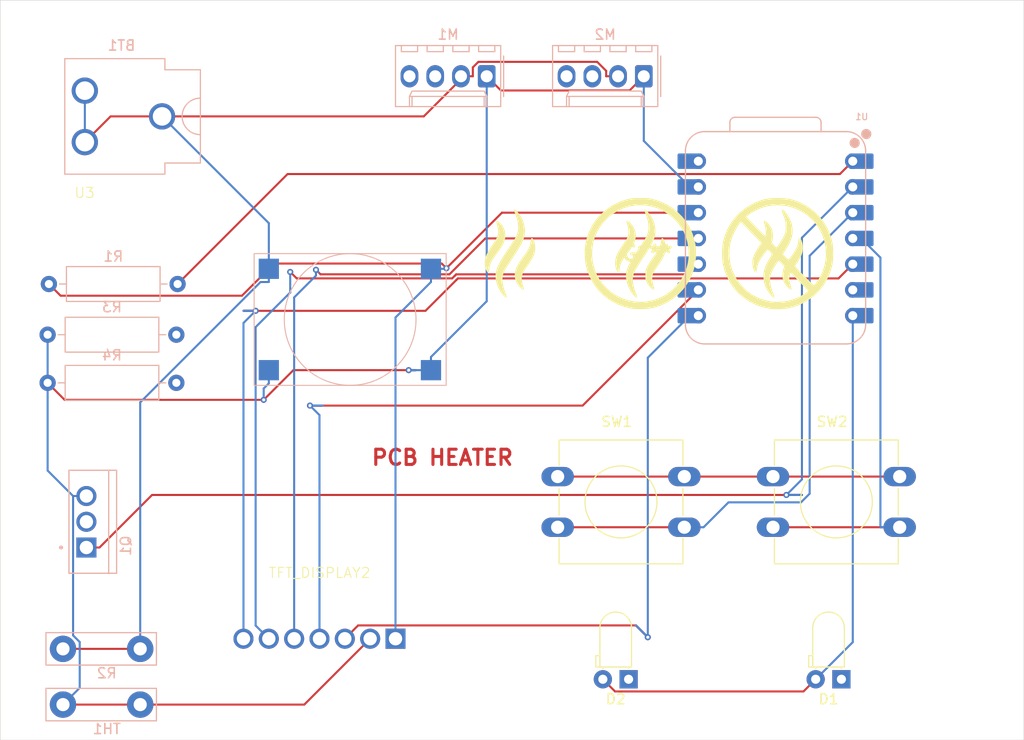
<source format=kicad_pcb>
(kicad_pcb (version 20241229) (generator "pcbnew") (generator_version "9.0")
  (layers (0 "F.Cu" signal) (2 "B.Cu" signal) (13 "F.Paste" user) (15 "B.Paste" user) (5 "F.SilkS" user "F.Silkscreen") (7 "B.SilkS" user "B.Silkscreen") (1 "F.Mask" user) (3 "B.Mask" user) (25 "Edge.Cuts" user))
  (net 0 "")
  (net 1 "Net-(Q1-Pad2)")
  (net 2 "GND")
  (net 5 "VDD")
  (net 8 "IO27")
  (net 9 "IO26")
  (net 10 "3.3V")
  (net 11 "Net-(R3-Pad1)")
  (net 12 "Net-(R4-Pad1)")
  (net 13 "IO28")
  (net 14 "IO29")
  (net 15 "IO3")
  (net 16 "IO2")
  (net 17 "IO6")
  (net 18 "IO4")
  (net 19 "IO1")
  (net 20 "IO0")
  (net 21 "IO7")
  (net 22 "unconnected-(U1-VBUS-Pad14)")
  (net 25 "+3.3V")
  (footprint "Button_Switch_THT:SW_PUSH-12mm" (layer "F.Cu") (at 140.75 78)
    (property "Reference" "SW2" (at 5.83 -5.41 0) (layer "F.SilkS"))
    (property "Value" "SW_Push_Open_Dual")
    (pad "1" thru_hole oval (at 0 0) (size 3.2 1.9) (drill 1.3) (layers "*.Cu" "*.Mask") (net 10 "3.3V"))
    (pad "1" thru_hole oval (at 12.5 0) (size 3.2 1.9) (drill 1.3) (layers "*.Cu" "*.Mask") (net 10 "3.3V"))
    (pad "2" thru_hole oval (at 0 5) (size 3.2 1.9) (drill 1.3) (layers "*.Cu" "*.Mask") (net 14 "IO29"))
    (pad "2" thru_hole oval (at 12.5 5) (size 3.2 1.9) (drill 1.3) (layers "*.Cu" "*.Mask") (net 14 "IO29"))
  )
  (footprint "LED_THT:LED_D3.0mm_Horizontal_O1.27mm_Z2.0mm" (layer "F.Cu") (at 147.5 98 180)
    (property "Reference" "D1" (at 1.27 -1.96 0) (layer "F.SilkS"))
    (property "Value" "LED")
    (pad "1" thru_hole rect (at 0 0 180) (size 1.8 1.8) (drill 0.9) (layers "*.Cu" "*.Mask"))
    (pad "2" thru_hole circle (at 2.54 0 180) (size 1.8 1.8) (drill 0.9) (layers "*.Cu" "*.Mask") (net 20 "IO0"))
  )
  (footprint "Button_Switch_THT:SW_PUSH-12mm" (layer "F.Cu") (at 119.5 78)
    (property "Reference" "SW1" (at 5.83 -5.41 0) (layer "F.SilkS"))
    (property "Value" "SW_Push_Open_Dual")
    (pad "1" thru_hole oval (at 0 0) (size 3.2 1.9) (drill 1.3) (layers "*.Cu" "*.Mask") (net 10 "3.3V"))
    (pad "1" thru_hole oval (at 12.5 0) (size 3.2 1.9) (drill 1.3) (layers "*.Cu" "*.Mask") (net 10 "3.3V"))
    (pad "2" thru_hole oval (at 0 5) (size 3.2 1.9) (drill 1.3) (layers "*.Cu" "*.Mask") (net 13 "IO28"))
    (pad "2" thru_hole oval (at 12.5 5) (size 3.2 1.9) (drill 1.3) (layers "*.Cu" "*.Mask") (net 13 "IO28"))
  )
  (footprint "LOGO" (layer "F.Cu") (at 128.341804 55.991443)
    (property "Reference" "G***" (at 0 0 0) (layer "F.SilkS") (effects (font (size 1.5 1.5) (thickness 0.3))))
    (property "Value" "LOGO" (hide yes))
  )
  (footprint "THT_screen:THT_round 1.28 SCREEN" (layer "F.Cu") (at 96 94)
    (property "Reference" "TFT_DISPLAY2" (at 0 -6.5 0) (layer "F.SilkS") (effects (font (thickness 0.1))))
    (property "Value" "~")
    (pad "1" thru_hole rect (at 7.5 0) (size 1.98 1.98) (drill 1.32) (layers "*.Cu" "*.Mask") (net 25 "+3.3V"))
    (pad "2" thru_hole circle (at 5 0) (size 1.98 1.98) (drill 1.32) (layers "*.Cu" "*.Mask") (net 2 "GND"))
    (pad "3" thru_hole circle (at 2.5 0) (size 1.98 1.98) (drill 1.32) (layers "*.Cu" "*.Mask") (net 19 "IO1"))
    (pad "4" thru_hole circle (at 0 0) (size 1.98 1.98) (drill 1.32) (layers "*.Cu" "*.Mask") (net 16 "IO2"))
    (pad "5" thru_hole circle (at -2.5 0) (size 1.98 1.98) (drill 1.32) (layers "*.Cu" "*.Mask") (net 15 "IO3"))
    (pad "6" thru_hole circle (at -5 0) (size 1.98 1.98) (drill 1.32) (layers "*.Cu" "*.Mask") (net 18 "IO4"))
    (pad "7" thru_hole circle (at -7.5 0) (size 1.98 1.98) (drill 1.32) (layers "*.Cu" "*.Mask") (net 17 "IO6"))
  )
  (footprint "LED_THT:LED_D3.0mm_Horizontal_O1.27mm_Z2.0mm" (layer "F.Cu") (at 126.5 98 180)
    (property "Reference" "D2" (at 1.27 -1.96 0) (layer "F.SilkS"))
    (property "Value" "LED")
    (pad "1" thru_hole rect (at 0 0 180) (size 1.8 1.8) (drill 0.9) (layers "*.Cu" "*.Mask"))
    (pad "2" thru_hole circle (at 2.54 0 180) (size 1.8 1.8) (drill 0.9) (layers "*.Cu" "*.Mask") (net 20 "IO0"))
  )
  (footprint "Connector_Molex:Molex_KK-254_AE-6410-04A_1x04_P2.54mm_Vertical" (layer "B.Cu") (at 128 38.5 180)
    (property "Reference" "M2" (at 3.81 4.12 0) (layer "B.SilkS") (effects (justify mirror)))
    (property "Value" "Fan_4pin")
    (pad "1" thru_hole roundrect (at 0 0 180) (size 1.74 2.19) (drill 1.19) (layers "*.Cu" "*.Mask") (roundrect_rratio 0.143678) (net 2 "GND"))
    (pad "2" thru_hole oval (at 2.54 0 180) (size 1.74 2.19) (drill 1.19) (layers "*.Cu" "*.Mask") (net 5 "VDD"))
    (pad "3" thru_hole oval (at 5.08 0 180) (size 1.74 2.19) (drill 1.19) (layers "*.Cu" "*.Mask"))
    (pad "4" thru_hole oval (at 7.62 0 180) (size 1.74 2.19) (drill 1.19) (layers "*.Cu" "*.Mask"))
  )
  (footprint "xiao:XIAO-RP2040-DIP" (layer "B.Cu") (at 141 54.5 180)
    (property "Reference" "U1" (at -8.5 12 0) (layer "B.SilkS") (effects (font (size 0.635 0.635) (thickness 0.1016)) (justify mirror)))
    (property "Value" "XIAO-RP2040-DIP")
    (pad "1" smd roundrect (at -8.455 7.62) (size 2.432 1.524) (layers "B.Cu" "B.Mask") (roundrect_rratio 0.1) (net 9 "IO26"))
    (pad "1" thru_hole circle (at -7.62 7.62) (size 1.524 1.524) (drill 0.889) (layers "*.Cu" "*.Mask") (net 9 "IO26"))
    (pad "2" smd roundrect (at -8.455 5.08) (size 2.432 1.524) (layers "B.Cu" "B.Mask") (roundrect_rratio 0.1) (net 8 "IO27"))
    (pad "2" thru_hole circle (at -7.62 5.08) (size 1.524 1.524) (drill 0.889) (layers "*.Cu" "*.Mask") (net 8 "IO27"))
    (pad "3" smd roundrect (at -8.455 2.54) (size 2.432 1.524) (layers "B.Cu" "B.Mask") (roundrect_rratio 0.1) (net 13 "IO28"))
    (pad "3" thru_hole circle (at -7.62 2.54) (size 1.524 1.524) (drill 0.889) (layers "*.Cu" "*.Mask") (net 13 "IO28"))
    (pad "4" smd roundrect (at -8.455 0) (size 2.432 1.524) (layers "B.Cu" "B.Mask") (roundrect_rratio 0.1) (net 14 "IO29"))
    (pad "4" thru_hole circle (at -7.62 0) (size 1.524 1.524) (drill 0.889) (layers "*.Cu" "*.Mask") (net 14 "IO29"))
    (pad "5" smd roundrect (at -8.455 -2.54) (size 2.432 1.524) (layers "B.Cu" "B.Mask") (roundrect_rratio 0.1) (net 17 "IO6"))
    (pad "5" thru_hole circle (at -7.62 -2.54) (size 1.524 1.524) (drill 0.889) (layers "*.Cu" "*.Mask") (net 17 "IO6"))
    (pad "6" smd roundrect (at -8.455 -5.08) (size 2.432 1.524) (layers "B.Cu" "B.Mask") (roundrect_rratio 0.1) (net 21 "IO7"))
    (pad "6" thru_hole circle (at -7.62 -5.08) (size 1.524 1.524) (drill 0.889) (layers "*.Cu" "*.Mask") (net 21 "IO7"))
    (pad "7" smd roundrect (at -8.455 -7.62) (size 2.432 1.524) (layers "B.Cu" "B.Mask") (roundrect_rratio 0.1) (net 20 "IO0"))
    (pad "7" thru_hole circle (at -7.62 -7.62) (size 1.524 1.524) (drill 0.889) (layers "*.Cu" "*.Mask") (net 20 "IO0"))
    (pad "8" thru_hole circle (at 7.62 -7.62 180) (size 1.524 1.524) (drill 0.889) (layers "*.Cu" "*.Mask") (net 19 "IO1"))
    (pad "8" smd roundrect (at 8.455 -7.62 180) (size 2.432 1.524) (layers "B.Cu" "B.Mask") (roundrect_rratio 0.1) (net 19 "IO1"))
    (pad "9" thru_hole circle (at 7.62 -5.08 180) (size 1.524 1.524) (drill 0.889) (layers "*.Cu" "*.Mask") (net 16 "IO2"))
    (pad "9" smd roundrect (at 8.455 -5.08 180) (size 2.432 1.524) (layers "B.Cu" "B.Mask") (roundrect_rratio 0.1) (net 16 "IO2"))
    (pad "10" thru_hole circle (at 7.62 -2.54 180) (size 1.524 1.524) (drill 0.889) (layers "*.Cu" "*.Mask") (net 18 "IO4"))
    (pad "10" smd roundrect (at 8.455 -2.54 180) (size 2.432 1.524) (layers "B.Cu" "B.Mask") (roundrect_rratio 0.1) (net 18 "IO4"))
    (pad "11" thru_hole circle (at 7.62 0 180) (size 1.524 1.524) (drill 0.889) (layers "*.Cu" "*.Mask") (net 15 "IO3"))
    (pad "11" smd roundrect (at 8.455 0 180) (size 2.432 1.524) (layers "B.Cu" "B.Mask") (roundrect_rratio 0.1) (net 15 "IO3"))
    (pad "12" thru_hole circle (at 7.62 2.54 180) (size 1.524 1.524) (drill 0.889) (layers "*.Cu" "*.Mask") (net 25 "+3.3V"))
    (pad "12" smd roundrect (at 8.455 2.54 180) (size 2.432 1.524) (layers "B.Cu" "B.Mask") (roundrect_rratio 0.1) (net 25 "+3.3V"))
    (pad "13" thru_hole circle (at 7.62 5.08 180) (size 1.524 1.524) (drill 0.889) (layers "*.Cu" "*.Mask") (net 2 "GND"))
    (pad "13" smd roundrect (at 8.455 5.08 180) (size 2.432 1.524) (layers "B.Cu" "B.Mask") (roundrect_rratio 0.1) (net 2 "GND"))
    (pad "14" thru_hole circle (at 7.62 7.62 180) (size 1.524 1.524) (drill 0.889) (layers "*.Cu" "*.Mask") (net 22 "unconnected-(U1-VBUS-Pad14)"))
    (pad "14" smd roundrect (at 8.455 7.62 180) (size 2.432 1.524) (layers "B.Cu" "B.Mask") (roundrect_rratio 0.1) (net 22 "unconnected-(U1-VBUS-Pad14)"))
  )
  (footprint "TestPoint:TestPoint_Bridge_Pitch7.62mm_Drill1.3mm" (layer "B.Cu") (at 78.31 95 180)
    (property "Reference" "R2" (at 3.3 -2.4 0) (layer "B.SilkS") (effects (justify mirror)))
    (property "Value" "Heater")
    (pad "1" thru_hole circle (at 0 0 180) (size 2.6 2.6) (drill 1.3) (layers "*.Cu" "*.Mask") (net 5 "VDD"))
    (pad "1" thru_hole circle (at 7.62 0 180) (size 2.6 2.6) (drill 1.3) (layers "*.Cu" "*.Mask") (net 5 "VDD"))
  )
  (footprint "TestPoint:TestPoint_Bridge_Pitch7.62mm_Drill1.3mm" (layer "B.Cu") (at 78.31 100.5 180)
    (property "Reference" "TH1" (at 3.3 -2.4 0) (layer "B.SilkS") (effects (justify mirror)))
    (property "Value" "Thermistor_NTC")
    (pad "1" thru_hole circle (at 0 0 180) (size 2.6 2.6) (drill 1.3) (layers "*.Cu" "*.Mask") (net 2 "GND"))
    (pad "1" thru_hole circle (at 7.62 0 180) (size 2.6 2.6) (drill 1.3) (layers "*.Cu" "*.Mask") (net 2 "GND"))
  )
  (footprint "buck-converter:MP2303" (layer "B.Cu") (at 99 62.5 180)
    (property "Reference" "U3" (at 26.178332 12.5 0) (layer "F.SilkS") (effects (font (thickness 0.1))))
    (property "Value" "~")
    (pad "1" smd rect (at 8 5 180) (size 2 2) (layers "B.Cu" "B.Mask" "B.Paste") (net 5 "VDD"))
    (pad "2" smd rect (at 8 -5 180) (size 2 2) (layers "B.Cu" "B.Mask" "B.Paste") (net 2 "GND"))
    (pad "3" smd rect (at -8 5 180) (size 2 2) (layers "B.Cu" "B.Mask" "B.Paste") (net 25 "+3.3V"))
    (pad "4" smd rect (at -8 -5 180) (size 2 2) (layers "B.Cu" "B.Mask" "B.Paste") (net 2 "GND"))
  )
  (footprint "RFP30N06LE:TRANS_RFP30N06LE" (layer "B.Cu") (at 73 82.46 90)
    (property "Reference" "Q1" (at -2.368715 3.891095 90) (layer "B.SilkS") (effects (font (size 1.001567 1.001567)) (justify mirror)))
    (property "Value" "RFP30N06LE")
    (pad "1" thru_hole rect (at -2.54 0 90) (size 1.98 1.98) (drill 1.32) (layers "*.Cu" "*.Mask") (net 8 "IO27"))
    (pad "2" thru_hole circle (at 0 0 90) (size 1.98 1.98) (drill 1.32) (layers "*.Cu" "*.Mask") (net 1 "Net-(Q1-Pad2)"))
    (pad "3" thru_hole circle (at 2.54 0 90) (size 1.98 1.98) (drill 1.32) (layers "*.Cu" "*.Mask") (net 2 "GND"))
  )
  (footprint "Resistor_THT:R_Axial_DIN0309_L9.0mm_D3.2mm_P12.70mm_Horizontal" (layer "B.Cu") (at 81.875 68.75 180)
    (property "Reference" "R4" (at 6.35 2.72 0) (layer "B.SilkS") (effects (justify mirror)))
    (property "Value" "R")
    (pad "1" thru_hole circle (at 0 0 180) (size 1.6 1.6) (drill 0.8) (layers "*.Cu" "*.Mask") (net 12 "Net-(R4-Pad1)"))
    (pad "2" thru_hole circle (at 12.7 0 180) (size 1.6 1.6) (drill 0.8) (layers "*.Cu" "*.Mask") (net 2 "GND"))
  )
  (footprint "Connector_Molex:Molex_KK-254_AE-6410-04A_1x04_P2.54mm_Vertical" (layer "B.Cu") (at 112.5 38.5 180)
    (property "Reference" "M1" (at 3.81 4.12 0) (layer "B.SilkS") (effects (justify mirror)))
    (property "Value" "Fan_4pin")
    (pad "1" thru_hole roundrect (at 0 0 180) (size 1.74 2.19) (drill 1.19) (layers "*.Cu" "*.Mask") (roundrect_rratio 0.143678) (net 2 "GND"))
    (pad "2" thru_hole oval (at 2.54 0 180) (size 1.74 2.19) (drill 1.19) (layers "*.Cu" "*.Mask") (net 5 "VDD"))
    (pad "3" thru_hole oval (at 5.08 0 180) (size 1.74 2.19) (drill 1.19) (layers "*.Cu" "*.Mask"))
    (pad "4" thru_hole oval (at 7.62 0 180) (size 1.74 2.19) (drill 1.19) (layers "*.Cu" "*.Mask"))
  )
  (footprint "Resistor_THT:R_Axial_DIN0309_L9.0mm_D3.2mm_P12.70mm_Horizontal" (layer "B.Cu") (at 81.875 64 180)
    (property "Reference" "R3" (at 6.35 2.72 0) (layer "B.SilkS") (effects (justify mirror)))
    (property "Value" "R")
    (pad "1" thru_hole circle (at 0 0 180) (size 1.6 1.6) (drill 0.8) (layers "*.Cu" "*.Mask") (net 11 "Net-(R3-Pad1)"))
    (pad "2" thru_hole circle (at 12.7 0 180) (size 1.6 1.6) (drill 0.8) (layers "*.Cu" "*.Mask") (net 2 "GND"))
  )
  (footprint "Battery:BatteryClip_Keystone_54_D16-19mm" (layer "B.Cu") (at 80.4667 42.46 180)
    (property "Reference" "BT1" (at 4 7 0) (layer "B.SilkS") (effects (justify mirror)))
    (property "Value" "Main Power source")
    (pad "1" thru_hole circle (at 0 0) (size 2.5908 2.5908) (drill 1.8288) (layers "*.Cu" "*.Mask") (net 5 "VDD"))
    (pad "1" thru_hole circle (at 7.62 -2.54) (size 2.5908 2.5908) (drill 1.8288) (layers "*.Cu" "*.Mask") (net 5 "VDD"))
    (pad "1" thru_hole circle (at 7.62 2.54) (size 2.5908 2.5908) (drill 1.8288) (layers "*.Cu" "*.Mask") (net 5 "VDD"))
  )
  (footprint "Resistor_THT:R_Axial_DIN0309_L9.0mm_D3.2mm_P12.70mm_Horizontal" (layer "B.Cu") (at 82 59 180)
    (property "Reference" "R1" (at 6.35 2.72 0) (layer "B.SilkS") (effects (justify mirror)))
    (property "Value" "R")
    (pad "1" thru_hole circle (at 0 0 180) (size 1.6 1.6) (drill 0.8) (layers "*.Cu" "*.Mask") (net 9 "IO26"))
    (pad "2" thru_hole circle (at 12.7 0 180) (size 1.6 1.6) (drill 0.8) (layers "*.Cu" "*.Mask") (net 25 "+3.3V"))
  )
  (gr_rect (start 64.5 31) (end 165.5 104) (stroke (width 0.05)) (fill no) (layer "Edge.Cuts"))
  (gr_text "PCB HEATER" (at 101 77 0) (layer "F.Cu") (effects (font (size 1.5 1.5) (thickness 0.3) (bold yes)) (justify left bottom)))
  (segment (start 70.853 70.428) (end 69.175 68.75) (width 0.2) (layer "F.Cu") (net 2))
  (segment (start 112.5 38.5) (end 113.9022 39.9022) (width 0.2) (layer "F.Cu") (net 2))
  (segment (start 93.4214 67.5) (end 104.8 67.5) (width 0.2) (layer "F.Cu") (net 2))
  (segment (start 104.8 67.5) (end 105.4875 67.5) (width 0.2) (layer "F.Cu") (net 2))
  (segment (start 113.9022 39.9022) (end 126.5978 39.9022) (width 0.2) (layer "F.Cu") (net 2))
  (segment (start 101 94) (end 94.5 100.5) (width 0.2) (layer "F.Cu") (net 2))
  (segment (start 105.4875 67.5) (end 104.8 67.5) (width 0.2) (layer "F.Cu") (net 2))
  (segment (start 126.5978 39.9022) (end 128 38.5) (width 0.2) (layer "F.Cu") (net 2))
  (segment (start 70.69 100.5) (end 78.31 100.5) (width 0.2) (layer "F.Cu") (net 2))
  (segment (start 90.4934 70.428) (end 93.4214 67.5) (width 0.2) (layer "F.Cu") (net 2))
  (segment (start 90.4934 70.428) (end 70.853 70.428) (width 0.2) (layer "F.Cu") (net 2))
  (segment (start 94.5 100.5) (end 78.31 100.5) (width 0.2) (layer "F.Cu") (net 2))
  (via (at 90.4934 70.428) (size 0.6) (drill 0.3) (layers "F.Cu" "B.Cu") (net 2))
  (via (at 104.8 67.5) (size 0.6) (drill 0.3) (layers "F.Cu" "B.Cu") (net 2))
  (segment (start 91 67.5) (end 91 68.8017) (width 0.2) (layer "B.Cu") (net 2))
  (segment (start 107 67.5) (end 107 66.1983) (width 0.2) (layer "B.Cu") (net 2))
  (segment (start 72.3396 98.8504) (end 70.69 100.5) (width 0.2) (layer "B.Cu") (net 2))
  (segment (start 71.6872 79.92) (end 69.175 77.4078) (width 0.2) (layer "B.Cu") (net 2))
  (segment (start 112.5 38.5) (end 112.5 60.6983) (width 0.2) (layer "B.Cu") (net 2))
  (segment (start 69.175 77.4078) (end 69.175 68.75) (width 0.2) (layer "B.Cu") (net 2))
  (segment (start 91 68.8017) (end 90.4934 69.3083) (width 0.2) (layer "B.Cu") (net 2))
  (segment (start 71.6872 79.92) (end 71.6872 93.6699) (width 0.2) (layer "B.Cu") (net 2))
  (segment (start 133.38 49.42) (end 132.545 49.42) (width 0.2) (layer "B.Cu") (net 2))
  (segment (start 104.8 67.5) (end 107 67.5) (width 0.2) (layer "B.Cu") (net 2))
  (segment (start 73 79.92) (end 71.6872 79.92) (width 0.2) (layer "B.Cu") (net 2))
  (segment (start 71.6872 93.6699) (end 72.3396 94.3223) (width 0.2) (layer "B.Cu") (net 2))
  (segment (start 132.545 49.42) (end 128 44.875) (width 0.2) (layer "B.Cu") (net 2))
  (segment (start 104.8 67.5) (end 105.4875 67.5) (width 0.2) (layer "B.Cu") (net 2))
  (segment (start 105.4875 67.5) (end 104.8 67.5) (width 0.2) (layer "B.Cu") (net 2))
  (segment (start 69.175 68.75) (end 69.175 64) (width 0.2) (layer "B.Cu") (net 2))
  (segment (start 112.5 60.6983) (end 107 66.1983) (width 0.2) (layer "B.Cu") (net 2))
  (segment (start 128 44.875) (end 128 38.5) (width 0.2) (layer "B.Cu") (net 2))
  (segment (start 90.4934 69.3083) (end 90.4934 70.428) (width 0.2) (layer "B.Cu") (net 2))
  (segment (start 72.3396 94.3223) (end 72.3396 98.8504) (width 0.2) (layer "B.Cu") (net 2))
  (segment (start 111.1317 38.5) (end 111.1317 37.6212) (width 0.2) (layer "F.Cu") (net 5))
  (segment (start 123.3987 37.0775) (end 124.2883 37.9671) (width 0.2) (layer "F.Cu") (net 5))
  (segment (start 80.4667 42.46) (end 75.3867 42.46) (width 0.2) (layer "F.Cu") (net 5))
  (segment (start 75.3867 42.46) (end 72.8467 45) (width 0.2) (layer "F.Cu") (net 5))
  (segment (start 106.2894 42.46) (end 80.4667 42.46) (width 0.2) (layer "F.Cu") (net 5))
  (segment (start 125.46 38.5) (end 124.2883 38.5) (width 0.2) (layer "F.Cu") (net 5))
  (segment (start 109.96 38.5) (end 110.2494 38.5) (width 0.2) (layer "F.Cu") (net 5))
  (segment (start 111.1317 37.6212) (end 111.6754 37.0775) (width 0.2) (layer "F.Cu") (net 5))
  (segment (start 124.2883 37.9671) (end 124.2883 38.5) (width 0.2) (layer "F.Cu") (net 5))
  (segment (start 111.6754 37.0775) (end 123.3987 37.0775) (width 0.2) (layer "F.Cu") (net 5))
  (segment (start 70.69 95) (end 78.31 95) (width 0.2) (layer "F.Cu") (net 5))
  (segment (start 110.2494 38.5) (end 106.2894 42.46) (width 0.2) (layer "F.Cu") (net 5))
  (segment (start 110.2494 38.5) (end 111.1317 38.5) (width 0.2) (layer "F.Cu") (net 5))
  (segment (start 91 57.5) (end 91 58.8017) (width 0.2) (layer "B.Cu") (net 5))
  (segment (start 72.8467 39.92) (end 72.8467 45) (width 0.2) (layer "B.Cu") (net 5))
  (segment (start 78.31 70.6781) (end 90.1864 58.8017) (width 0.2) (layer "B.Cu") (net 5))
  (segment (start 78.31 95) (end 78.31 70.6781) (width 0.2) (layer "B.Cu") (net 5))
  (segment (start 91 52.9933) (end 91 57.5) (width 0.2) (layer "B.Cu") (net 5))
  (segment (start 80.4667 42.46) (end 91 52.9933) (width 0.2) (layer "B.Cu") (net 5))
  (segment (start 90.1864 58.8017) (end 91 58.8017) (width 0.2) (layer "B.Cu") (net 5))
  (segment (start 142.0695 79.813) (end 143.605 79.813) (width 0.2) (layer "F.Cu") (net 8))
  (segment (start 73 85) (end 74.2917 85) (width 0.2) (layer "F.Cu") (net 8))
  (segment (start 79.4787 79.813) (end 74.2917 85) (width 0.2) (layer "F.Cu") (net 8))
  (segment (start 143.605 79.813) (end 142.0695 79.813) (width 0.2) (layer "F.Cu") (net 8))
  (segment (start 142.0695 79.813) (end 79.4787 79.813) (width 0.2) (layer "F.Cu") (net 8))
  (via (at 142.0695 79.813) (size 0.6) (drill 0.3) (layers "F.Cu" "B.Cu") (net 8))
  (segment (start 143.605 54.435) (end 143.605 78.2775) (width 0.2) (layer "B.Cu") (net 8))
  (segment (start 149.0375 49.42) (end 149.455 49.42) (width 0.2) (layer "B.Cu") (net 8))
  (segment (start 142.0695 79.813) (end 143.605 79.813) (width 0.2) (layer "B.Cu") (net 8))
  (segment (start 148.9962 49.42) (end 149.0375 49.42) (width 0.2) (layer "B.Cu") (net 8))
  (segment (start 148.62 49.42) (end 148.9962 49.42) (width 0.2) (layer "B.Cu") (net 8))
  (segment (start 143.605 79.813) (end 142.0695 79.813) (width 0.2) (layer "B.Cu") (net 8))
  (segment (start 148.62 49.42) (end 143.605 54.435) (width 0.2) (layer "B.Cu") (net 8))
  (segment (start 143.605 78.2775) (end 142.0695 79.813) (width 0.2) (layer "B.Cu") (net 8))
  (segment (start 82 59) (end 92.85 48.15) (width 0.2) (layer "F.Cu") (net 9))
  (segment (start 147.35 48.15) (end 148.62 46.88) (width 0.2) (layer "F.Cu") (net 9))
  (segment (start 92.85 48.15) (end 147.35 48.15) (width 0.2) (layer "F.Cu") (net 9))
  (segment (start 149.455 46.88) (end 148.62 46.88) (width 0.2) (layer "B.Cu") (net 9))
  (segment (start 119.5 78) (end 132 78) (width 0.2) (layer "F.Cu") (net 10))
  (segment (start 140.75 78) (end 132 78) (width 0.2) (layer "F.Cu") (net 10))
  (segment (start 153.25 78) (end 140.75 78) (width 0.2) (layer "F.Cu") (net 10))
  (segment (start 119.5 83) (end 132 83) (width 0.2) (layer "F.Cu") (net 13))
  (segment (start 148.62 51.96) (end 144.3653 56.2147) (width 0.2) (layer "B.Cu") (net 13))
  (segment (start 136.3589 80.5428) (end 133.9017 83) (width 0.2) (layer "B.Cu") (net 13))
  (segment (start 144.3653 79.6846) (end 143.5071 80.5428) (width 0.2) (layer "B.Cu") (net 13))
  (segment (start 149.455 51.96) (end 149.0375 51.96) (width 0.2) (layer "B.Cu") (net 13))
  (segment (start 148.9962 51.96) (end 148.62 51.96) (width 0.2) (layer "B.Cu") (net 13))
  (segment (start 149.0375 51.96) (end 148.9962 51.96) (width 0.2) (layer "B.Cu") (net 13))
  (segment (start 144.3653 56.2147) (end 144.3653 79.6846) (width 0.2) (layer "B.Cu") (net 13))
  (segment (start 132 83) (end 133.9017 83) (width 0.2) (layer "B.Cu") (net 13))
  (segment (start 143.5071 80.5428) (end 136.3589 80.5428) (width 0.2) (layer "B.Cu") (net 13))
  (segment (start 140.75 83) (end 153.25 83) (width 0.2) (layer "F.Cu") (net 14))
  (segment (start 151.3483 83) (end 151.3483 56.3933) (width 0.2) (layer "B.Cu") (net 14))
  (segment (start 153.25 83) (end 151.3483 83) (width 0.2) (layer "B.Cu") (net 14))
  (segment (start 149.455 54.5) (end 148.62 54.5) (width 0.2) (layer "B.Cu") (net 14))
  (segment (start 151.3483 56.3933) (end 149.455 54.5) (width 0.2) (layer "B.Cu") (net 14))
  (segment (start 112.367 54.5) (end 133.38 54.5) (width 0.2) (layer "F.Cu") (net 15))
  (segment (start 108.8238 58.0432) (end 112.367 54.5) (width 0.2) (layer "F.Cu") (net 15))
  (segment (start 95.6533 57.5976) (end 95.8761 57.8204) (width 0.2) (layer "F.Cu") (net 15))
  (segment (start 95.8761 57.8204) (end 95.6533 57.5976) (width 0.2) (layer "F.Cu") (net 15))
  (segment (start 95.6533 57.5976) (end 96.0989 58.0432) (width 0.2) (layer "F.Cu") (net 15))
  (segment (start 96.0989 58.0432) (end 108.8238 58.0432) (width 0.2) (layer "F.Cu") (net 15))
  (via (at 95.6533 57.5976) (size 0.6) (drill 0.3) (layers "F.Cu" "B.Cu") (net 15))
  (segment (start 95.6533 58.1716) (end 95.6533 57.5976) (width 0.2) (layer "B.Cu") (net 15))
  (segment (start 95.8761 57.8204) (end 95.6533 57.5976) (width 0.2) (layer "B.Cu") (net 15))
  (segment (start 133.38 54.5) (end 132.545 54.5) (width 0.2) (layer "B.Cu") (net 15))
  (segment (start 93.5 60.3249) (end 95.6533 58.1716) (width 0.2) (layer "B.Cu") (net 15))
  (segment (start 95.6533 57.5976) (end 95.8761 57.8204) (width 0.2) (layer "B.Cu") (net 15))
  (segment (start 93.5 94) (end 93.5 60.3249) (width 0.2) (layer "B.Cu") (net 15))
  (segment (start 121.9632 70.9968) (end 95.0602 70.9968) (width 0.2) (layer "F.Cu") (net 16))
  (segment (start 133.38 59.58) (end 121.9632 70.9968) (width 0.2) (layer "F.Cu") (net 16))
  (segment (start 96.3062 70.9968) (end 95.0602 70.9968) (width 0.2) (layer "F.Cu") (net 16))
  (segment (start 95.0602 70.9968) (end 96.3062 70.9968) (width 0.2) (layer "F.Cu") (net 16))
  (via (at 95.0602 70.9968) (size 0.6) (drill 0.3) (layers "F.Cu" "B.Cu") (net 16))
  (segment (start 95.0602 70.9968) (end 96.3062 70.9968) (width 0.2) (layer "B.Cu") (net 16))
  (segment (start 96.3062 70.9968) (end 95.0602 70.9968) (width 0.2) (layer "B.Cu") (net 16))
  (segment (start 96 71.9366) (end 96 94) (width 0.2) (layer "B.Cu") (net 16))
  (segment (start 133.38 59.58) (end 132.545 59.58) (width 0.2) (layer "B.Cu") (net 16))
  (segment (start 95.0602 70.9968) (end 96 71.9366) (width 0.2) (layer "B.Cu") (net 16))
  (segment (start 89.7003 61.644) (end 88.5 61.644) (width 0.2) (layer "F.Cu") (net 17))
  (segment (start 109.492 58.6112) (end 109.6568 58.4464) (width 0.2) (layer "F.Cu") (net 17))
  (segment (start 89.7003 61.644) (end 106.4592 61.644) (width 0.2) (layer "F.Cu") (net 17))
  (segment (start 109.492 58.6112) (end 109.6568 58.4464) (width 0.2) (layer "F.Cu") (net 17))
  (segment (start 147.2136 58.4464) (end 148.62 57.04) (width 0.2) (layer "F.Cu") (net 17))
  (segment (start 106.4592 61.644) (end 109.492 58.6112) (width 0.2) (layer "F.Cu") (net 17))
  (segment (start 109.6568 58.4464) (end 147.2136 58.4464) (width 0.2) (layer "F.Cu") (net 17))
  (segment (start 88.5 61.644) (end 89.7003 61.644) (width 0.2) (layer "F.Cu") (net 17))
  (via (at 89.7003 61.644) (size 0.6) (drill 0.3) (layers "F.Cu" "B.Cu") (net 17))
  (segment (start 88.5 61.644) (end 89.7003 61.644) (width 0.2) (layer "B.Cu") (net 17))
  (segment (start 89.7003 61.644) (end 88.5 61.644) (width 0.2) (layer "B.Cu") (net 17))
  (segment (start 88.5 94) (end 88.5 62.8443) (width 0.2) (layer "B.Cu") (net 17))
  (segment (start 88.5 62.8443) (end 89.7003 61.644) (width 0.2) (layer "B.Cu") (net 17))
  (segment (start 148.62 57.04) (end 149.455 57.04) (width 0.2) (layer "B.Cu") (net 17))
  (segment (start 109.3257 58.2095) (end 109.4905 58.0447) (width 0.2) (layer "F.Cu") (net 18))
  (segment (start 132.3753 58.0447) (end 133.38 57.04) (width 0.2) (layer "F.Cu") (net 18))
  (segment (start 109.4905 58.0447) (end 132.3753 58.0447) (width 0.2) (layer "F.Cu") (net 18))
  (segment (start 93.1124 57.809) (end 93.7483 58.4449) (width 0.2) (layer "F.Cu") (net 18))
  (segment (start 109.0903 58.4449) (end 109.3257 58.2095) (width 0.2) (layer "F.Cu") (net 18))
  (segment (start 109.3257 58.2095) (end 109.4905 58.0447) (width 0.2) (layer "F.Cu") (net 18))
  (segment (start 93.7483 58.4449) (end 109.0903 58.4449) (width 0.2) (layer "F.Cu") (net 18))
  (via (at 93.1124 57.809) (size 0.6) (drill 0.3) (layers "F.Cu" "B.Cu") (net 18))
  (segment (start 93.1124 57.809) (end 93.1417 57.8383) (width 0.2) (layer "B.Cu") (net 18))
  (segment (start 132.545 57.04) (end 133.38 57.04) (width 0.2) (layer "B.Cu") (net 18))
  (segment (start 89.6983 63.252) (end 93.1124 59.8379) (width 0.2) (layer "B.Cu") (net 18))
  (segment (start 89.6983 92.6983) (end 89.6983 63.252) (width 0.2) (layer "B.Cu") (net 18))
  (segment (start 91 94) (end 89.6983 92.6983) (width 0.2) (layer "B.Cu") (net 18))
  (segment (start 93.1417 57.8383) (end 93.1124 57.809) (width 0.2) (layer "B.Cu") (net 18))
  (segment (start 93.1124 59.8379) (end 93.1124 57.809) (width 0.2) (layer "B.Cu") (net 18))
  (segment (start 128.3948 93.852) (end 127.2287 92.6859) (width 0.2) (layer "F.Cu") (net 19))
  (segment (start 127.2287 92.6859) (end 128.3948 93.852) (width 0.2) (layer "F.Cu") (net 19))
  (segment (start 99.8141 92.6859) (end 127.2287 92.6859) (width 0.2) (layer "F.Cu") (net 19))
  (segment (start 127.2287 92.6859) (end 128.3948 93.852) (width 0.2) (layer "F.Cu") (net 19))
  (segment (start 98.5 94) (end 99.8141 92.6859) (width 0.2) (layer "F.Cu") (net 19))
  (via (at 128.3948 93.852) (size 0.6) (drill 0.3) (layers "F.Cu" "B.Cu") (net 19))
  (segment (start 133.38 62.12) (end 132.545 62.12) (width 0.2) (layer "B.Cu") (net 19))
  (segment (start 128.3948 93.852) (end 128.3948 66.2702) (width 0.2) (layer "B.Cu") (net 19))
  (segment (start 128.3948 66.2702) (end 132.545 62.12) (width 0.2) (layer "B.Cu") (net 19))
  (segment (start 127.2287 92.6859) (end 128.3948 93.852) (width 0.2) (layer "B.Cu") (net 19))
  (segment (start 128.3948 93.852) (end 127.2287 92.6859) (width 0.2) (layer "B.Cu") (net 19))
  (segment (start 143.7583 99.2017) (end 144.96 98) (width 0.2) (layer "F.Cu") (net 20))
  (segment (start 125.1617 99.2017) (end 143.7583 99.2017) (width 0.2) (layer "F.Cu") (net 20))
  (segment (start 123.96 98) (end 125.1617 99.2017) (width 0.2) (layer "F.Cu") (net 20))
  (segment (start 148.62 94.34) (end 148.62 62.12) (width 0.2) (layer "B.Cu") (net 20))
  (segment (start 149.455 62.12) (end 148.62 62.12) (width 0.2) (layer "B.Cu") (net 20))
  (segment (start 144.96 98) (end 148.62 94.34) (width 0.2) (layer "B.Cu") (net 20))
  (segment (start 149.455 59.58) (end 148.62 59.58) (width 0.2) (layer "B.Cu") (net 21))
  (segment (start 133.38 46.88) (end 132.545 46.88) (width 0.2) (layer "B.Cu") (net 22))
  (segment (start 114.0053 51.96) (end 108.5238 57.4415) (width 0.2) (layer "F.Cu") (net 25))
  (segment (start 88.3517 60.1525) (end 91.525 56.9792) (width 0.2) (layer "F.Cu") (net 25))
  (segment (start 70.4525 60.1525) (end 88.3517 60.1525) (width 0.2) (layer "F.Cu") (net 25))
  (segment (start 133.38 51.96) (end 114.0053 51.96) (width 0.2) (layer "F.Cu") (net 25))
  (segment (start 91.525 56.9792) (end 108.0615 56.9792) (width 0.2) (layer "F.Cu") (net 25))
  (segment (start 108.0615 56.9792) (end 108.5238 57.4415) (width 0.2) (layer "F.Cu") (net 25))
  (segment (start 69.3 59) (end 70.4525 60.1525) (width 0.2) (layer "F.Cu") (net 25))
  (via (at 108.5238 57.4415) (size 0.6) (drill 0.3) (layers "F.Cu" "B.Cu") (net 25))
  (segment (start 103.5 94) (end 103.5 62.3017) (width 0.2) (layer "B.Cu") (net 25))
  (segment (start 103.5 62.3017) (end 107 58.8017) (width 0.2) (layer "B.Cu") (net 25))
  (segment (start 108.5238 57.4415) (end 108.3602 57.4415) (width 0.2) (layer "B.Cu") (net 25))
  (segment (start 132.545 51.96) (end 133.38 51.96) (width 0.2) (layer "B.Cu") (net 25))
  (segment (start 107 57.5) (end 108.3017 57.5) (width 0.2) (layer "B.Cu") (net 25))
  (segment (start 107 57.5) (end 107 58.8017) (width 0.2) (layer "B.Cu") (net 25))
  (segment (start 108.3602 57.4415) (end 108.3017 57.5) (width 0.2) (layer "B.Cu") (net 25))
)
</source>
